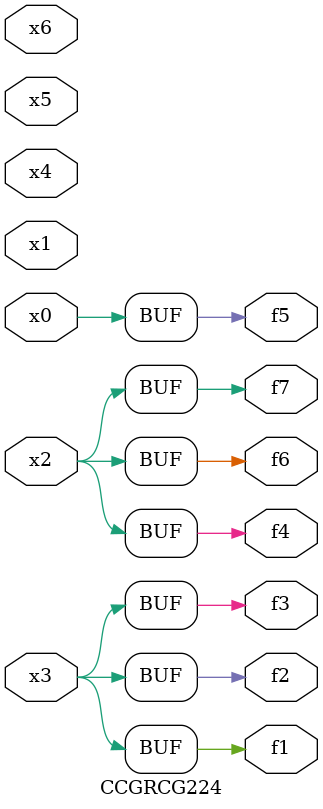
<source format=v>
module CCGRCG224(
	input x0, x1, x2, x3, x4, x5, x6,
	output f1, f2, f3, f4, f5, f6, f7
);
	assign f1 = x3;
	assign f2 = x3;
	assign f3 = x3;
	assign f4 = x2;
	assign f5 = x0;
	assign f6 = x2;
	assign f7 = x2;
endmodule

</source>
